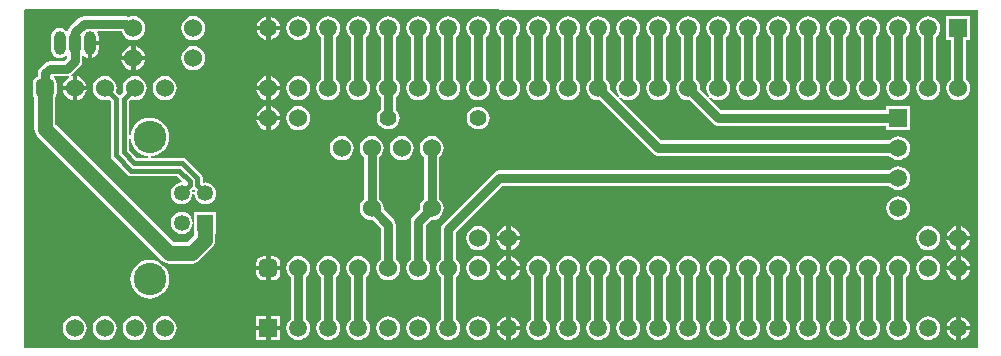
<source format=gtl>
G04*
G04 #@! TF.GenerationSoftware,Altium Limited,Altium Designer,20.0.10 (225)*
G04*
G04 Layer_Physical_Order=1*
G04 Layer_Color=255*
%FSLAX25Y25*%
%MOIN*%
G70*
G01*
G75*
%ADD25C,0.03000*%
%ADD26C,0.05000*%
%ADD27C,0.01500*%
%ADD28C,0.06000*%
G04:AMPARAMS|DCode=29|XSize=60mil|YSize=60mil|CornerRadius=15mil|HoleSize=0mil|Usage=FLASHONLY|Rotation=0.000|XOffset=0mil|YOffset=0mil|HoleType=Round|Shape=RoundedRectangle|*
%AMROUNDEDRECTD29*
21,1,0.06000,0.03000,0,0,0.0*
21,1,0.03000,0.06000,0,0,0.0*
1,1,0.03000,0.01500,-0.01500*
1,1,0.03000,-0.01500,-0.01500*
1,1,0.03000,-0.01500,0.01500*
1,1,0.03000,0.01500,0.01500*
%
%ADD29ROUNDEDRECTD29*%
%ADD30O,0.03937X0.07874*%
%ADD31O,0.03937X0.07874*%
%ADD32C,0.10827*%
%ADD33C,0.05315*%
%ADD34R,0.05315X0.05315*%
%ADD35C,0.05906*%
%ADD36R,0.05906X0.05906*%
%ADD37R,0.05906X0.05906*%
%ADD38C,0.05512*%
G36*
X1998Y113977D02*
X318981Y113476D01*
X318980Y1020D01*
X1020D01*
X1020Y112999D01*
X1020Y113194D01*
X1169Y113554D01*
X1445Y113829D01*
X1805Y113977D01*
X1998Y113977D01*
D02*
G37*
%LPC*%
G36*
X83250Y111388D02*
Y108250D01*
X86388D01*
X86351Y108532D01*
X85953Y109493D01*
X85319Y110319D01*
X84493Y110953D01*
X83532Y111351D01*
X83250Y111388D01*
D02*
G37*
G36*
X81750D02*
X81468Y111351D01*
X80507Y110953D01*
X79681Y110319D01*
X79047Y109493D01*
X78649Y108532D01*
X78612Y108250D01*
X81750D01*
Y111388D01*
D02*
G37*
G36*
X35188Y111549D02*
X21000D01*
X20024Y111355D01*
X19198Y110802D01*
X16377Y107982D01*
X15824Y107155D01*
X15719Y106623D01*
X15184Y106499D01*
X15117Y106586D01*
X14497Y107062D01*
X13775Y107361D01*
X13000Y107463D01*
X12225Y107361D01*
X11503Y107062D01*
X10883Y106586D01*
X10407Y105966D01*
X10108Y105243D01*
X10006Y104469D01*
Y100531D01*
X10108Y99756D01*
X10407Y99034D01*
X10883Y98414D01*
X11503Y97939D01*
X12225Y97639D01*
X13000Y97537D01*
X13775Y97639D01*
X14497Y97939D01*
X14951Y98287D01*
X15451Y98069D01*
Y97572D01*
X14428Y96549D01*
X9757D01*
X8782Y96355D01*
X7955Y95802D01*
X6369Y94217D01*
X5817Y93390D01*
X5623Y92414D01*
Y91374D01*
X5525Y91355D01*
X4698Y90802D01*
X4145Y89976D01*
X3951Y89000D01*
Y86000D01*
X4145Y85024D01*
X4470Y84539D01*
Y74000D01*
X4590Y73086D01*
X4943Y72235D01*
X5504Y71504D01*
X47004Y30004D01*
X47735Y29443D01*
X48586Y29090D01*
X49500Y28970D01*
X57000D01*
X57914Y29090D01*
X58765Y29443D01*
X59496Y30004D01*
X63858Y34366D01*
X64419Y35097D01*
X64772Y35949D01*
X64892Y36862D01*
Y38906D01*
X65177D01*
Y46220D01*
X57862D01*
Y42635D01*
X57832Y42406D01*
Y38324D01*
X55538Y36030D01*
X50962D01*
X11530Y75462D01*
Y84539D01*
X11855Y85024D01*
X12049Y86000D01*
Y89000D01*
X11855Y89976D01*
X11302Y90802D01*
X11080Y90951D01*
X11232Y91451D01*
X15484D01*
X16052Y91564D01*
X16198Y91083D01*
X15983Y90994D01*
X15147Y90353D01*
X14506Y89517D01*
X14103Y88544D01*
X14064Y88250D01*
X17250D01*
Y91436D01*
X16956Y91397D01*
X16780Y91859D01*
X17287Y92198D01*
X19802Y94713D01*
X20355Y95540D01*
X20549Y96516D01*
Y98069D01*
X21049Y98287D01*
X21503Y97939D01*
X22225Y97639D01*
X22250Y97636D01*
Y102500D01*
X23000D01*
Y103250D01*
X25994D01*
Y104469D01*
X25892Y105244D01*
X25593Y105966D01*
X25565Y106003D01*
X25786Y106451D01*
X33605D01*
X34006Y105483D01*
X34647Y104647D01*
X35483Y104006D01*
X36456Y103603D01*
X37500Y103465D01*
X38544Y103603D01*
X39517Y104006D01*
X40353Y104647D01*
X40994Y105483D01*
X41397Y106456D01*
X41535Y107500D01*
X41397Y108544D01*
X40994Y109517D01*
X40353Y110353D01*
X39517Y110994D01*
X38544Y111397D01*
X37500Y111535D01*
X36456Y111397D01*
X36237Y111306D01*
X36164Y111355D01*
X35188Y111549D01*
D02*
G37*
G36*
X86388Y106750D02*
X83250D01*
Y103612D01*
X83532Y103649D01*
X84493Y104047D01*
X85319Y104681D01*
X85953Y105507D01*
X86351Y106468D01*
X86388Y106750D01*
D02*
G37*
G36*
X81750D02*
X78612D01*
X78649Y106468D01*
X79047Y105507D01*
X79681Y104681D01*
X80507Y104047D01*
X81468Y103649D01*
X81750Y103612D01*
Y106750D01*
D02*
G37*
G36*
X92500Y111487D02*
X91468Y111351D01*
X90507Y110953D01*
X89681Y110319D01*
X89047Y109493D01*
X88649Y108532D01*
X88513Y107500D01*
X88649Y106468D01*
X89047Y105507D01*
X89681Y104681D01*
X90507Y104047D01*
X91468Y103649D01*
X92500Y103513D01*
X93532Y103649D01*
X94493Y104047D01*
X95319Y104681D01*
X95953Y105507D01*
X96351Y106468D01*
X96487Y107500D01*
X96351Y108532D01*
X95953Y109493D01*
X95319Y110319D01*
X94493Y110953D01*
X93532Y111351D01*
X92500Y111487D01*
D02*
G37*
G36*
X57500Y111535D02*
X56456Y111397D01*
X55483Y110994D01*
X54647Y110353D01*
X54006Y109517D01*
X53603Y108544D01*
X53465Y107500D01*
X53603Y106456D01*
X54006Y105483D01*
X54647Y104647D01*
X55483Y104006D01*
X56456Y103603D01*
X57500Y103465D01*
X58544Y103603D01*
X59517Y104006D01*
X60353Y104647D01*
X60994Y105483D01*
X61397Y106456D01*
X61535Y107500D01*
X61397Y108544D01*
X60994Y109517D01*
X60353Y110353D01*
X59517Y110994D01*
X58544Y111397D01*
X57500Y111535D01*
D02*
G37*
G36*
X38250Y101436D02*
Y98250D01*
X41436D01*
X41397Y98544D01*
X40994Y99517D01*
X40353Y100353D01*
X39517Y100994D01*
X38544Y101397D01*
X38250Y101436D01*
D02*
G37*
G36*
X36750D02*
X36456Y101397D01*
X35483Y100994D01*
X34647Y100353D01*
X34006Y99517D01*
X33603Y98544D01*
X33564Y98250D01*
X36750D01*
Y101436D01*
D02*
G37*
G36*
X25994Y101750D02*
X23750D01*
Y97636D01*
X23775Y97639D01*
X24497Y97939D01*
X25117Y98414D01*
X25593Y99035D01*
X25892Y99757D01*
X25994Y100531D01*
Y101750D01*
D02*
G37*
G36*
X41436Y96750D02*
X38250D01*
Y93564D01*
X38544Y93603D01*
X39517Y94006D01*
X40353Y94647D01*
X40994Y95483D01*
X41397Y96456D01*
X41436Y96750D01*
D02*
G37*
G36*
X36750D02*
X33564D01*
X33603Y96456D01*
X34006Y95483D01*
X34647Y94647D01*
X35483Y94006D01*
X36456Y93603D01*
X36750Y93564D01*
Y96750D01*
D02*
G37*
G36*
X57500Y101534D02*
X56456Y101397D01*
X55483Y100994D01*
X54647Y100353D01*
X54006Y99517D01*
X53603Y98544D01*
X53465Y97500D01*
X53603Y96456D01*
X54006Y95483D01*
X54647Y94647D01*
X55483Y94006D01*
X56456Y93603D01*
X57500Y93466D01*
X58544Y93603D01*
X59517Y94006D01*
X60353Y94647D01*
X60994Y95483D01*
X61397Y96456D01*
X61535Y97500D01*
X61397Y98544D01*
X60994Y99517D01*
X60353Y100353D01*
X59517Y100994D01*
X58544Y101397D01*
X57500Y101534D01*
D02*
G37*
G36*
X83250Y91436D02*
Y88250D01*
X86436D01*
X86397Y88544D01*
X85994Y89517D01*
X85353Y90353D01*
X84517Y90994D01*
X83544Y91397D01*
X83250Y91436D01*
D02*
G37*
G36*
X18750D02*
Y88250D01*
X21936D01*
X21897Y88544D01*
X21494Y89517D01*
X20853Y90353D01*
X20017Y90994D01*
X19044Y91397D01*
X18750Y91436D01*
D02*
G37*
G36*
X81750D02*
X81456Y91397D01*
X80483Y90994D01*
X79647Y90353D01*
X79006Y89517D01*
X78603Y88544D01*
X78564Y88250D01*
X81750D01*
Y91436D01*
D02*
G37*
G36*
X38000Y91535D02*
X36956Y91397D01*
X35983Y90994D01*
X35147Y90353D01*
X34506Y89517D01*
X34103Y88544D01*
X33966Y87500D01*
X34103Y86456D01*
X34200Y86223D01*
X33000Y85023D01*
X31800Y86223D01*
X31897Y86456D01*
X32035Y87500D01*
X31897Y88544D01*
X31494Y89517D01*
X30853Y90353D01*
X30017Y90994D01*
X29044Y91397D01*
X28000Y91535D01*
X26956Y91397D01*
X25983Y90994D01*
X25147Y90353D01*
X24506Y89517D01*
X24103Y88544D01*
X23966Y87500D01*
X24103Y86456D01*
X24506Y85483D01*
X25147Y84647D01*
X25983Y84006D01*
X26956Y83603D01*
X28000Y83465D01*
X29044Y83603D01*
X29277Y83700D01*
X29966Y83011D01*
Y65033D01*
X30101Y64350D01*
X30488Y63771D01*
X35521Y58738D01*
X35521Y58738D01*
X36100Y58351D01*
X36783Y58216D01*
X52028D01*
X53680Y56564D01*
X53466Y56071D01*
X52691Y55969D01*
X51801Y55600D01*
X51037Y55014D01*
X50451Y54250D01*
X50082Y53360D01*
X49957Y52406D01*
X50082Y51451D01*
X50451Y50561D01*
X51037Y49797D01*
X51801Y49211D01*
X52691Y48842D01*
X53646Y48717D01*
X54601Y48842D01*
X55490Y49211D01*
X56254Y49797D01*
X56840Y50561D01*
X57209Y51451D01*
X57335Y52406D01*
X57209Y53360D01*
X57155Y53491D01*
X57583Y53918D01*
X58010Y53491D01*
X57956Y53360D01*
X57831Y52406D01*
X57956Y51451D01*
X58325Y50561D01*
X58911Y49797D01*
X59675Y49211D01*
X60565Y48842D01*
X61520Y48717D01*
X62475Y48842D01*
X63364Y49211D01*
X64128Y49797D01*
X64714Y50561D01*
X65083Y51451D01*
X65209Y52406D01*
X65083Y53360D01*
X64714Y54250D01*
X64128Y55014D01*
X63364Y55600D01*
X62475Y55969D01*
X61520Y56095D01*
X60993Y56025D01*
X60617Y56355D01*
Y57470D01*
X60481Y58153D01*
X60094Y58732D01*
X55064Y63762D01*
X54485Y64148D01*
X53803Y64284D01*
X43444D01*
X43420Y64784D01*
X44234Y64864D01*
X45443Y65231D01*
X46557Y65827D01*
X47533Y66628D01*
X48335Y67605D01*
X48930Y68719D01*
X49297Y69928D01*
X49421Y71185D01*
X49297Y72442D01*
X48930Y73651D01*
X48335Y74765D01*
X47533Y75742D01*
X46557Y76543D01*
X45443Y77139D01*
X44234Y77506D01*
X42976Y77629D01*
X41719Y77506D01*
X40510Y77139D01*
X39396Y76543D01*
X38419Y75742D01*
X37618Y74765D01*
X37023Y73651D01*
X36656Y72442D01*
X36532Y71185D01*
X36656Y69928D01*
X37023Y68719D01*
X37618Y67605D01*
X38419Y66628D01*
X39396Y65827D01*
X40510Y65231D01*
X41719Y64864D01*
X42533Y64784D01*
X42509Y64284D01*
X38558D01*
X36034Y66808D01*
Y83011D01*
X36723Y83700D01*
X36956Y83603D01*
X38000Y83465D01*
X39044Y83603D01*
X40017Y84006D01*
X40853Y84647D01*
X41494Y85483D01*
X41897Y86456D01*
X42035Y87500D01*
X41897Y88544D01*
X41494Y89517D01*
X40853Y90353D01*
X40017Y90994D01*
X39044Y91397D01*
X38000Y91535D01*
D02*
G37*
G36*
X232500Y111487D02*
X231468Y111351D01*
X230507Y110953D01*
X229681Y110319D01*
X229047Y109493D01*
X228649Y108532D01*
X228513Y107500D01*
X228649Y106468D01*
X229047Y105507D01*
X229681Y104681D01*
X229951Y104474D01*
Y90586D01*
X229647Y90353D01*
X229006Y89517D01*
X228603Y88544D01*
X228466Y87500D01*
X228603Y86456D01*
X229006Y85483D01*
X229414Y84952D01*
X229589Y84723D01*
X229212Y84392D01*
X226484Y87120D01*
X226535Y87500D01*
X226397Y88544D01*
X225994Y89517D01*
X225353Y90353D01*
X225049Y90586D01*
Y104474D01*
X225319Y104681D01*
X225953Y105507D01*
X226351Y106468D01*
X226487Y107500D01*
X226351Y108532D01*
X225953Y109493D01*
X225319Y110319D01*
X224493Y110953D01*
X223532Y111351D01*
X222500Y111487D01*
X221468Y111351D01*
X220507Y110953D01*
X219681Y110319D01*
X219047Y109493D01*
X218649Y108532D01*
X218513Y107500D01*
X218649Y106468D01*
X219047Y105507D01*
X219681Y104681D01*
X219951Y104474D01*
Y90586D01*
X219647Y90353D01*
X219006Y89517D01*
X218603Y88544D01*
X218465Y87500D01*
X218603Y86456D01*
X219006Y85483D01*
X219647Y84647D01*
X220483Y84006D01*
X221456Y83603D01*
X222500Y83465D01*
X222880Y83516D01*
X230698Y75698D01*
X231524Y75145D01*
X232500Y74951D01*
X288547D01*
Y73547D01*
X296453D01*
Y81453D01*
X288547D01*
Y80049D01*
X233556D01*
X229392Y84212D01*
X229723Y84589D01*
X229952Y84413D01*
X230483Y84006D01*
X231456Y83603D01*
X232500Y83465D01*
X233544Y83603D01*
X234517Y84006D01*
X235353Y84647D01*
X235994Y85483D01*
X236397Y86456D01*
X236535Y87500D01*
X236397Y88544D01*
X235994Y89517D01*
X235353Y90353D01*
X235049Y90586D01*
Y104474D01*
X235319Y104681D01*
X235953Y105507D01*
X236351Y106468D01*
X236487Y107500D01*
X236351Y108532D01*
X235953Y109493D01*
X235319Y110319D01*
X234493Y110953D01*
X233532Y111351D01*
X232500Y111487D01*
D02*
G37*
G36*
X202500D02*
X201468Y111351D01*
X200507Y110953D01*
X199681Y110319D01*
X199047Y109493D01*
X198649Y108532D01*
X198513Y107500D01*
X198649Y106468D01*
X199047Y105507D01*
X199681Y104681D01*
X199951Y104474D01*
Y90586D01*
X199647Y90353D01*
X199006Y89517D01*
X198603Y88544D01*
X198466Y87500D01*
X198603Y86456D01*
X199006Y85483D01*
X199414Y84952D01*
X199589Y84723D01*
X199212Y84392D01*
X196484Y87120D01*
X196535Y87500D01*
X196397Y88544D01*
X195994Y89517D01*
X195353Y90353D01*
X195049Y90586D01*
Y104474D01*
X195319Y104681D01*
X195953Y105507D01*
X196351Y106468D01*
X196487Y107500D01*
X196351Y108532D01*
X195953Y109493D01*
X195319Y110319D01*
X194493Y110953D01*
X193532Y111351D01*
X192500Y111487D01*
X191468Y111351D01*
X190507Y110953D01*
X189681Y110319D01*
X189047Y109493D01*
X188649Y108532D01*
X188513Y107500D01*
X188649Y106468D01*
X189047Y105507D01*
X189681Y104681D01*
X189951Y104474D01*
Y90586D01*
X189647Y90353D01*
X189006Y89517D01*
X188603Y88544D01*
X188465Y87500D01*
X188603Y86456D01*
X189006Y85483D01*
X189647Y84647D01*
X190483Y84006D01*
X191456Y83603D01*
X192500Y83465D01*
X192880Y83516D01*
X210698Y65698D01*
X211525Y65145D01*
X212500Y64951D01*
X289474D01*
X289681Y64681D01*
X290507Y64047D01*
X291468Y63649D01*
X292500Y63513D01*
X293532Y63649D01*
X294493Y64047D01*
X295319Y64681D01*
X295953Y65507D01*
X296351Y66468D01*
X296487Y67500D01*
X296351Y68532D01*
X295953Y69493D01*
X295319Y70319D01*
X294493Y70953D01*
X293532Y71351D01*
X292500Y71487D01*
X291468Y71351D01*
X290507Y70953D01*
X289681Y70319D01*
X289474Y70049D01*
X213556D01*
X199392Y84212D01*
X199723Y84589D01*
X199952Y84413D01*
X200483Y84006D01*
X201456Y83603D01*
X202500Y83465D01*
X203544Y83603D01*
X204517Y84006D01*
X205353Y84647D01*
X205994Y85483D01*
X206397Y86456D01*
X206535Y87500D01*
X206397Y88544D01*
X205994Y89517D01*
X205353Y90353D01*
X205049Y90586D01*
Y104474D01*
X205319Y104681D01*
X205953Y105507D01*
X206351Y106468D01*
X206487Y107500D01*
X206351Y108532D01*
X205953Y109493D01*
X205319Y110319D01*
X204493Y110953D01*
X203532Y111351D01*
X202500Y111487D01*
D02*
G37*
G36*
X86436Y86750D02*
X83250D01*
Y83564D01*
X83544Y83603D01*
X84517Y84006D01*
X85353Y84647D01*
X85994Y85483D01*
X86397Y86456D01*
X86436Y86750D01*
D02*
G37*
G36*
X21936D02*
X18750D01*
Y83564D01*
X19044Y83603D01*
X20017Y84006D01*
X20853Y84647D01*
X21494Y85483D01*
X21897Y86456D01*
X21936Y86750D01*
D02*
G37*
G36*
X17250D02*
X14064D01*
X14103Y86456D01*
X14506Y85483D01*
X15147Y84647D01*
X15983Y84006D01*
X16956Y83603D01*
X17250Y83564D01*
Y86750D01*
D02*
G37*
G36*
X81750D02*
X78564D01*
X78603Y86456D01*
X79006Y85483D01*
X79647Y84647D01*
X80483Y84006D01*
X81456Y83603D01*
X81750Y83564D01*
Y86750D01*
D02*
G37*
G36*
X316453Y111453D02*
X308547D01*
Y103547D01*
X309951D01*
Y90586D01*
X309647Y90353D01*
X309006Y89517D01*
X308603Y88544D01*
X308466Y87500D01*
X308603Y86456D01*
X309006Y85483D01*
X309647Y84647D01*
X310483Y84006D01*
X311456Y83603D01*
X312500Y83465D01*
X313544Y83603D01*
X314517Y84006D01*
X315353Y84647D01*
X315994Y85483D01*
X316397Y86456D01*
X316534Y87500D01*
X316397Y88544D01*
X315994Y89517D01*
X315353Y90353D01*
X315049Y90586D01*
Y103547D01*
X316453D01*
Y111453D01*
D02*
G37*
G36*
X302500Y111487D02*
X301468Y111351D01*
X300507Y110953D01*
X299681Y110319D01*
X299047Y109493D01*
X298649Y108532D01*
X298513Y107500D01*
X298649Y106468D01*
X299047Y105507D01*
X299681Y104681D01*
X299951Y104474D01*
Y90586D01*
X299647Y90353D01*
X299006Y89517D01*
X298603Y88544D01*
X298465Y87500D01*
X298603Y86456D01*
X299006Y85483D01*
X299647Y84647D01*
X300483Y84006D01*
X301456Y83603D01*
X302500Y83465D01*
X303544Y83603D01*
X304517Y84006D01*
X305353Y84647D01*
X305994Y85483D01*
X306397Y86456D01*
X306535Y87500D01*
X306397Y88544D01*
X305994Y89517D01*
X305353Y90353D01*
X305049Y90586D01*
Y104474D01*
X305319Y104681D01*
X305953Y105507D01*
X306351Y106468D01*
X306487Y107500D01*
X306351Y108532D01*
X305953Y109493D01*
X305319Y110319D01*
X304493Y110953D01*
X303532Y111351D01*
X302500Y111487D01*
D02*
G37*
G36*
X292500D02*
X291468Y111351D01*
X290507Y110953D01*
X289681Y110319D01*
X289047Y109493D01*
X288649Y108532D01*
X288513Y107500D01*
X288649Y106468D01*
X289047Y105507D01*
X289681Y104681D01*
X289951Y104474D01*
Y90586D01*
X289647Y90353D01*
X289006Y89517D01*
X288603Y88544D01*
X288465Y87500D01*
X288603Y86456D01*
X289006Y85483D01*
X289647Y84647D01*
X290483Y84006D01*
X291456Y83603D01*
X292500Y83465D01*
X293544Y83603D01*
X294517Y84006D01*
X295353Y84647D01*
X295994Y85483D01*
X296397Y86456D01*
X296534Y87500D01*
X296397Y88544D01*
X295994Y89517D01*
X295353Y90353D01*
X295049Y90586D01*
Y104474D01*
X295319Y104681D01*
X295953Y105507D01*
X296351Y106468D01*
X296487Y107500D01*
X296351Y108532D01*
X295953Y109493D01*
X295319Y110319D01*
X294493Y110953D01*
X293532Y111351D01*
X292500Y111487D01*
D02*
G37*
G36*
X282500D02*
X281468Y111351D01*
X280507Y110953D01*
X279681Y110319D01*
X279047Y109493D01*
X278649Y108532D01*
X278513Y107500D01*
X278649Y106468D01*
X279047Y105507D01*
X279681Y104681D01*
X279951Y104474D01*
Y90586D01*
X279647Y90353D01*
X279006Y89517D01*
X278603Y88544D01*
X278466Y87500D01*
X278603Y86456D01*
X279006Y85483D01*
X279647Y84647D01*
X280483Y84006D01*
X281456Y83603D01*
X282500Y83465D01*
X283544Y83603D01*
X284517Y84006D01*
X285353Y84647D01*
X285994Y85483D01*
X286397Y86456D01*
X286535Y87500D01*
X286397Y88544D01*
X285994Y89517D01*
X285353Y90353D01*
X285049Y90586D01*
Y104474D01*
X285319Y104681D01*
X285953Y105507D01*
X286351Y106468D01*
X286487Y107500D01*
X286351Y108532D01*
X285953Y109493D01*
X285319Y110319D01*
X284493Y110953D01*
X283532Y111351D01*
X282500Y111487D01*
D02*
G37*
G36*
X272500D02*
X271468Y111351D01*
X270507Y110953D01*
X269681Y110319D01*
X269047Y109493D01*
X268649Y108532D01*
X268513Y107500D01*
X268649Y106468D01*
X269047Y105507D01*
X269681Y104681D01*
X269951Y104474D01*
Y90586D01*
X269647Y90353D01*
X269006Y89517D01*
X268603Y88544D01*
X268465Y87500D01*
X268603Y86456D01*
X269006Y85483D01*
X269647Y84647D01*
X270483Y84006D01*
X271456Y83603D01*
X272500Y83465D01*
X273544Y83603D01*
X274517Y84006D01*
X275353Y84647D01*
X275994Y85483D01*
X276397Y86456D01*
X276535Y87500D01*
X276397Y88544D01*
X275994Y89517D01*
X275353Y90353D01*
X275049Y90586D01*
Y104474D01*
X275319Y104681D01*
X275953Y105507D01*
X276351Y106468D01*
X276487Y107500D01*
X276351Y108532D01*
X275953Y109493D01*
X275319Y110319D01*
X274493Y110953D01*
X273532Y111351D01*
X272500Y111487D01*
D02*
G37*
G36*
X262500D02*
X261468Y111351D01*
X260507Y110953D01*
X259681Y110319D01*
X259047Y109493D01*
X258649Y108532D01*
X258513Y107500D01*
X258649Y106468D01*
X259047Y105507D01*
X259681Y104681D01*
X259951Y104474D01*
Y90586D01*
X259647Y90353D01*
X259006Y89517D01*
X258603Y88544D01*
X258466Y87500D01*
X258603Y86456D01*
X259006Y85483D01*
X259647Y84647D01*
X260483Y84006D01*
X261456Y83603D01*
X262500Y83465D01*
X263544Y83603D01*
X264517Y84006D01*
X265353Y84647D01*
X265994Y85483D01*
X266397Y86456D01*
X266534Y87500D01*
X266397Y88544D01*
X265994Y89517D01*
X265353Y90353D01*
X265049Y90586D01*
Y104474D01*
X265319Y104681D01*
X265953Y105507D01*
X266351Y106468D01*
X266487Y107500D01*
X266351Y108532D01*
X265953Y109493D01*
X265319Y110319D01*
X264493Y110953D01*
X263532Y111351D01*
X262500Y111487D01*
D02*
G37*
G36*
X252500D02*
X251468Y111351D01*
X250507Y110953D01*
X249681Y110319D01*
X249047Y109493D01*
X248649Y108532D01*
X248513Y107500D01*
X248649Y106468D01*
X249047Y105507D01*
X249681Y104681D01*
X249951Y104474D01*
Y90586D01*
X249647Y90353D01*
X249006Y89517D01*
X248603Y88544D01*
X248465Y87500D01*
X248603Y86456D01*
X249006Y85483D01*
X249647Y84647D01*
X250483Y84006D01*
X251456Y83603D01*
X252500Y83465D01*
X253544Y83603D01*
X254517Y84006D01*
X255353Y84647D01*
X255994Y85483D01*
X256397Y86456D01*
X256535Y87500D01*
X256397Y88544D01*
X255994Y89517D01*
X255353Y90353D01*
X255049Y90586D01*
Y104474D01*
X255319Y104681D01*
X255953Y105507D01*
X256351Y106468D01*
X256487Y107500D01*
X256351Y108532D01*
X255953Y109493D01*
X255319Y110319D01*
X254493Y110953D01*
X253532Y111351D01*
X252500Y111487D01*
D02*
G37*
G36*
X242500D02*
X241468Y111351D01*
X240507Y110953D01*
X239681Y110319D01*
X239047Y109493D01*
X238649Y108532D01*
X238513Y107500D01*
X238649Y106468D01*
X239047Y105507D01*
X239681Y104681D01*
X239951Y104474D01*
Y90586D01*
X239647Y90353D01*
X239006Y89517D01*
X238603Y88544D01*
X238465Y87500D01*
X238603Y86456D01*
X239006Y85483D01*
X239647Y84647D01*
X240483Y84006D01*
X241456Y83603D01*
X242500Y83465D01*
X243544Y83603D01*
X244517Y84006D01*
X245353Y84647D01*
X245994Y85483D01*
X246397Y86456D01*
X246534Y87500D01*
X246397Y88544D01*
X245994Y89517D01*
X245353Y90353D01*
X245049Y90586D01*
Y104474D01*
X245319Y104681D01*
X245953Y105507D01*
X246351Y106468D01*
X246487Y107500D01*
X246351Y108532D01*
X245953Y109493D01*
X245319Y110319D01*
X244493Y110953D01*
X243532Y111351D01*
X242500Y111487D01*
D02*
G37*
G36*
X212500D02*
X211468Y111351D01*
X210507Y110953D01*
X209681Y110319D01*
X209047Y109493D01*
X208649Y108532D01*
X208513Y107500D01*
X208649Y106468D01*
X209047Y105507D01*
X209681Y104681D01*
X209951Y104474D01*
Y90586D01*
X209647Y90353D01*
X209006Y89517D01*
X208603Y88544D01*
X208466Y87500D01*
X208603Y86456D01*
X209006Y85483D01*
X209647Y84647D01*
X210483Y84006D01*
X211456Y83603D01*
X212500Y83465D01*
X213544Y83603D01*
X214517Y84006D01*
X215353Y84647D01*
X215994Y85483D01*
X216397Y86456D01*
X216534Y87500D01*
X216397Y88544D01*
X215994Y89517D01*
X215353Y90353D01*
X215049Y90586D01*
Y104474D01*
X215319Y104681D01*
X215953Y105507D01*
X216351Y106468D01*
X216487Y107500D01*
X216351Y108532D01*
X215953Y109493D01*
X215319Y110319D01*
X214493Y110953D01*
X213532Y111351D01*
X212500Y111487D01*
D02*
G37*
G36*
X182500D02*
X181468Y111351D01*
X180507Y110953D01*
X179681Y110319D01*
X179047Y109493D01*
X178649Y108532D01*
X178513Y107500D01*
X178649Y106468D01*
X179047Y105507D01*
X179681Y104681D01*
X179951Y104474D01*
Y90586D01*
X179647Y90353D01*
X179006Y89517D01*
X178603Y88544D01*
X178465Y87500D01*
X178603Y86456D01*
X179006Y85483D01*
X179647Y84647D01*
X180483Y84006D01*
X181456Y83603D01*
X182500Y83465D01*
X183544Y83603D01*
X184517Y84006D01*
X185353Y84647D01*
X185994Y85483D01*
X186397Y86456D01*
X186535Y87500D01*
X186397Y88544D01*
X185994Y89517D01*
X185353Y90353D01*
X185049Y90586D01*
Y104474D01*
X185319Y104681D01*
X185953Y105507D01*
X186351Y106468D01*
X186487Y107500D01*
X186351Y108532D01*
X185953Y109493D01*
X185319Y110319D01*
X184493Y110953D01*
X183532Y111351D01*
X182500Y111487D01*
D02*
G37*
G36*
X172500D02*
X171468Y111351D01*
X170507Y110953D01*
X169681Y110319D01*
X169047Y109493D01*
X168649Y108532D01*
X168513Y107500D01*
X168649Y106468D01*
X169047Y105507D01*
X169681Y104681D01*
X169951Y104474D01*
Y90586D01*
X169647Y90353D01*
X169006Y89517D01*
X168603Y88544D01*
X168465Y87500D01*
X168603Y86456D01*
X169006Y85483D01*
X169647Y84647D01*
X170483Y84006D01*
X171456Y83603D01*
X172500Y83465D01*
X173544Y83603D01*
X174517Y84006D01*
X175353Y84647D01*
X175994Y85483D01*
X176397Y86456D01*
X176534Y87500D01*
X176397Y88544D01*
X175994Y89517D01*
X175353Y90353D01*
X175049Y90586D01*
Y104474D01*
X175319Y104681D01*
X175953Y105507D01*
X176351Y106468D01*
X176487Y107500D01*
X176351Y108532D01*
X175953Y109493D01*
X175319Y110319D01*
X174493Y110953D01*
X173532Y111351D01*
X172500Y111487D01*
D02*
G37*
G36*
X162500D02*
X161468Y111351D01*
X160507Y110953D01*
X159681Y110319D01*
X159047Y109493D01*
X158649Y108532D01*
X158513Y107500D01*
X158649Y106468D01*
X159047Y105507D01*
X159681Y104681D01*
X159951Y104474D01*
Y90586D01*
X159647Y90353D01*
X159006Y89517D01*
X158603Y88544D01*
X158466Y87500D01*
X158603Y86456D01*
X159006Y85483D01*
X159647Y84647D01*
X160483Y84006D01*
X161456Y83603D01*
X162500Y83465D01*
X163544Y83603D01*
X164517Y84006D01*
X165353Y84647D01*
X165994Y85483D01*
X166397Y86456D01*
X166534Y87500D01*
X166397Y88544D01*
X165994Y89517D01*
X165353Y90353D01*
X165049Y90586D01*
Y104474D01*
X165319Y104681D01*
X165953Y105507D01*
X166351Y106468D01*
X166487Y107500D01*
X166351Y108532D01*
X165953Y109493D01*
X165319Y110319D01*
X164493Y110953D01*
X163532Y111351D01*
X162500Y111487D01*
D02*
G37*
G36*
X152500D02*
X151468Y111351D01*
X150507Y110953D01*
X149681Y110319D01*
X149047Y109493D01*
X148649Y108532D01*
X148513Y107500D01*
X148649Y106468D01*
X149047Y105507D01*
X149681Y104681D01*
X149951Y104474D01*
Y90586D01*
X149647Y90353D01*
X149006Y89517D01*
X148603Y88544D01*
X148466Y87500D01*
X148603Y86456D01*
X149006Y85483D01*
X149647Y84647D01*
X150483Y84006D01*
X151456Y83603D01*
X152500Y83465D01*
X153544Y83603D01*
X154517Y84006D01*
X155353Y84647D01*
X155994Y85483D01*
X156397Y86456D01*
X156535Y87500D01*
X156397Y88544D01*
X155994Y89517D01*
X155353Y90353D01*
X155049Y90586D01*
Y104474D01*
X155319Y104681D01*
X155953Y105507D01*
X156351Y106468D01*
X156487Y107500D01*
X156351Y108532D01*
X155953Y109493D01*
X155319Y110319D01*
X154493Y110953D01*
X153532Y111351D01*
X152500Y111487D01*
D02*
G37*
G36*
X142500D02*
X141468Y111351D01*
X140507Y110953D01*
X139681Y110319D01*
X139047Y109493D01*
X138649Y108532D01*
X138513Y107500D01*
X138649Y106468D01*
X139047Y105507D01*
X139681Y104681D01*
X139951Y104474D01*
Y90586D01*
X139647Y90353D01*
X139006Y89517D01*
X138603Y88544D01*
X138465Y87500D01*
X138603Y86456D01*
X139006Y85483D01*
X139647Y84647D01*
X140483Y84006D01*
X141456Y83603D01*
X142500Y83465D01*
X143544Y83603D01*
X144517Y84006D01*
X145353Y84647D01*
X145994Y85483D01*
X146397Y86456D01*
X146535Y87500D01*
X146397Y88544D01*
X145994Y89517D01*
X145353Y90353D01*
X145049Y90586D01*
Y104474D01*
X145319Y104681D01*
X145953Y105507D01*
X146351Y106468D01*
X146487Y107500D01*
X146351Y108532D01*
X145953Y109493D01*
X145319Y110319D01*
X144493Y110953D01*
X143532Y111351D01*
X142500Y111487D01*
D02*
G37*
G36*
X132500D02*
X131468Y111351D01*
X130507Y110953D01*
X129681Y110319D01*
X129047Y109493D01*
X128649Y108532D01*
X128513Y107500D01*
X128649Y106468D01*
X129047Y105507D01*
X129681Y104681D01*
X129951Y104474D01*
Y90586D01*
X129647Y90353D01*
X129006Y89517D01*
X128603Y88544D01*
X128465Y87500D01*
X128603Y86456D01*
X129006Y85483D01*
X129647Y84647D01*
X130483Y84006D01*
X131456Y83603D01*
X132500Y83465D01*
X133544Y83603D01*
X134517Y84006D01*
X135353Y84647D01*
X135994Y85483D01*
X136397Y86456D01*
X136535Y87500D01*
X136397Y88544D01*
X135994Y89517D01*
X135353Y90353D01*
X135049Y90586D01*
Y104474D01*
X135319Y104681D01*
X135953Y105507D01*
X136351Y106468D01*
X136487Y107500D01*
X136351Y108532D01*
X135953Y109493D01*
X135319Y110319D01*
X134493Y110953D01*
X133532Y111351D01*
X132500Y111487D01*
D02*
G37*
G36*
X112500D02*
X111468Y111351D01*
X110507Y110953D01*
X109681Y110319D01*
X109047Y109493D01*
X108649Y108532D01*
X108513Y107500D01*
X108649Y106468D01*
X109047Y105507D01*
X109681Y104681D01*
X109951Y104474D01*
Y90586D01*
X109647Y90353D01*
X109006Y89517D01*
X108603Y88544D01*
X108466Y87500D01*
X108603Y86456D01*
X109006Y85483D01*
X109647Y84647D01*
X110483Y84006D01*
X111456Y83603D01*
X112500Y83465D01*
X113544Y83603D01*
X114517Y84006D01*
X115353Y84647D01*
X115994Y85483D01*
X116397Y86456D01*
X116534Y87500D01*
X116397Y88544D01*
X115994Y89517D01*
X115353Y90353D01*
X115049Y90586D01*
Y104474D01*
X115319Y104681D01*
X115953Y105507D01*
X116351Y106468D01*
X116487Y107500D01*
X116351Y108532D01*
X115953Y109493D01*
X115319Y110319D01*
X114493Y110953D01*
X113532Y111351D01*
X112500Y111487D01*
D02*
G37*
G36*
X102500D02*
X101468Y111351D01*
X100507Y110953D01*
X99681Y110319D01*
X99047Y109493D01*
X98649Y108532D01*
X98513Y107500D01*
X98649Y106468D01*
X99047Y105507D01*
X99681Y104681D01*
X99951Y104474D01*
Y90586D01*
X99647Y90353D01*
X99006Y89517D01*
X98603Y88544D01*
X98466Y87500D01*
X98603Y86456D01*
X99006Y85483D01*
X99647Y84647D01*
X100483Y84006D01*
X101456Y83603D01*
X102500Y83465D01*
X103544Y83603D01*
X104517Y84006D01*
X105353Y84647D01*
X105994Y85483D01*
X106397Y86456D01*
X106535Y87500D01*
X106397Y88544D01*
X105994Y89517D01*
X105353Y90353D01*
X105049Y90586D01*
Y104474D01*
X105319Y104681D01*
X105953Y105507D01*
X106351Y106468D01*
X106487Y107500D01*
X106351Y108532D01*
X105953Y109493D01*
X105319Y110319D01*
X104493Y110953D01*
X103532Y111351D01*
X102500Y111487D01*
D02*
G37*
G36*
X92500Y91535D02*
X91456Y91397D01*
X90483Y90994D01*
X89647Y90353D01*
X89006Y89517D01*
X88603Y88544D01*
X88465Y87500D01*
X88603Y86456D01*
X89006Y85483D01*
X89647Y84647D01*
X90483Y84006D01*
X91456Y83603D01*
X92500Y83465D01*
X93544Y83603D01*
X94517Y84006D01*
X95353Y84647D01*
X95994Y85483D01*
X96397Y86456D01*
X96535Y87500D01*
X96397Y88544D01*
X95994Y89517D01*
X95353Y90353D01*
X94517Y90994D01*
X93544Y91397D01*
X92500Y91535D01*
D02*
G37*
G36*
X48000D02*
X46956Y91397D01*
X45983Y90994D01*
X45147Y90353D01*
X44506Y89517D01*
X44103Y88544D01*
X43966Y87500D01*
X44103Y86456D01*
X44506Y85483D01*
X45147Y84647D01*
X45983Y84006D01*
X46956Y83603D01*
X48000Y83465D01*
X49044Y83603D01*
X50017Y84006D01*
X50853Y84647D01*
X51494Y85483D01*
X51897Y86456D01*
X52034Y87500D01*
X51897Y88544D01*
X51494Y89517D01*
X50853Y90353D01*
X50017Y90994D01*
X49044Y91397D01*
X48000Y91535D01*
D02*
G37*
G36*
X83250Y81436D02*
Y78250D01*
X86436D01*
X86397Y78544D01*
X85994Y79517D01*
X85353Y80353D01*
X84517Y80994D01*
X83544Y81397D01*
X83250Y81436D01*
D02*
G37*
G36*
X81750D02*
X81456Y81397D01*
X80483Y80994D01*
X79647Y80353D01*
X79006Y79517D01*
X78603Y78544D01*
X78564Y78250D01*
X81750D01*
Y81436D01*
D02*
G37*
G36*
X152500Y81288D02*
X151520Y81159D01*
X150606Y80781D01*
X149821Y80179D01*
X149219Y79394D01*
X148841Y78480D01*
X148712Y77500D01*
X148841Y76520D01*
X149219Y75606D01*
X149821Y74821D01*
X150606Y74219D01*
X151520Y73841D01*
X152500Y73712D01*
X153481Y73841D01*
X154394Y74219D01*
X155179Y74821D01*
X155781Y75606D01*
X156159Y76520D01*
X156288Y77500D01*
X156159Y78480D01*
X155781Y79394D01*
X155179Y80179D01*
X154394Y80781D01*
X153481Y81159D01*
X152500Y81288D01*
D02*
G37*
G36*
X122500Y111487D02*
X121468Y111351D01*
X120507Y110953D01*
X119681Y110319D01*
X119047Y109493D01*
X118649Y108532D01*
X118513Y107500D01*
X118649Y106468D01*
X119047Y105507D01*
X119681Y104681D01*
X119951Y104474D01*
Y90586D01*
X119647Y90353D01*
X119006Y89517D01*
X118603Y88544D01*
X118465Y87500D01*
X118603Y86456D01*
X119006Y85483D01*
X119647Y84647D01*
X119951Y84414D01*
Y80278D01*
X119821Y80179D01*
X119219Y79394D01*
X118841Y78480D01*
X118712Y77500D01*
X118841Y76520D01*
X119219Y75606D01*
X119821Y74821D01*
X120606Y74219D01*
X121519Y73841D01*
X122500Y73712D01*
X123480Y73841D01*
X124394Y74219D01*
X125179Y74821D01*
X125781Y75606D01*
X126159Y76520D01*
X126288Y77500D01*
X126159Y78480D01*
X125781Y79394D01*
X125179Y80179D01*
X125049Y80278D01*
Y84414D01*
X125353Y84647D01*
X125994Y85483D01*
X126397Y86456D01*
X126534Y87500D01*
X126397Y88544D01*
X125994Y89517D01*
X125353Y90353D01*
X125049Y90586D01*
Y104474D01*
X125319Y104681D01*
X125953Y105507D01*
X126351Y106468D01*
X126487Y107500D01*
X126351Y108532D01*
X125953Y109493D01*
X125319Y110319D01*
X124493Y110953D01*
X123532Y111351D01*
X122500Y111487D01*
D02*
G37*
G36*
X86436Y76750D02*
X83250D01*
Y73564D01*
X83544Y73603D01*
X84517Y74006D01*
X85353Y74647D01*
X85994Y75483D01*
X86397Y76456D01*
X86436Y76750D01*
D02*
G37*
G36*
X81750D02*
X78564D01*
X78603Y76456D01*
X79006Y75483D01*
X79647Y74647D01*
X80483Y74006D01*
X81456Y73603D01*
X81750Y73564D01*
Y76750D01*
D02*
G37*
G36*
X92500Y81534D02*
X91456Y81397D01*
X90483Y80994D01*
X89647Y80353D01*
X89006Y79517D01*
X88603Y78544D01*
X88465Y77500D01*
X88603Y76456D01*
X89006Y75483D01*
X89647Y74647D01*
X90483Y74006D01*
X91456Y73603D01*
X92500Y73466D01*
X93544Y73603D01*
X94517Y74006D01*
X95353Y74647D01*
X95994Y75483D01*
X96397Y76456D01*
X96535Y77500D01*
X96397Y78544D01*
X95994Y79517D01*
X95353Y80353D01*
X94517Y80994D01*
X93544Y81397D01*
X92500Y81534D01*
D02*
G37*
G36*
X127000Y71535D02*
X125956Y71397D01*
X124983Y70994D01*
X124147Y70353D01*
X123506Y69517D01*
X123103Y68544D01*
X122966Y67500D01*
X123103Y66456D01*
X123506Y65483D01*
X124147Y64647D01*
X124983Y64006D01*
X125956Y63603D01*
X127000Y63465D01*
X128044Y63603D01*
X129017Y64006D01*
X129853Y64647D01*
X130494Y65483D01*
X130897Y66456D01*
X131035Y67500D01*
X130897Y68544D01*
X130494Y69517D01*
X129853Y70353D01*
X129017Y70994D01*
X128044Y71397D01*
X127000Y71535D01*
D02*
G37*
G36*
X107000D02*
X105956Y71397D01*
X104983Y70994D01*
X104147Y70353D01*
X103506Y69517D01*
X103103Y68544D01*
X102965Y67500D01*
X103103Y66456D01*
X103506Y65483D01*
X104147Y64647D01*
X104983Y64006D01*
X105956Y63603D01*
X107000Y63465D01*
X108044Y63603D01*
X109017Y64006D01*
X109853Y64647D01*
X110494Y65483D01*
X110897Y66456D01*
X111035Y67500D01*
X110897Y68544D01*
X110494Y69517D01*
X109853Y70353D01*
X109017Y70994D01*
X108044Y71397D01*
X107000Y71535D01*
D02*
G37*
G36*
X292500Y61487D02*
X291468Y61351D01*
X290507Y60953D01*
X289681Y60319D01*
X289474Y60049D01*
X159500D01*
X158525Y59855D01*
X157698Y59302D01*
X140698Y42302D01*
X140145Y41475D01*
X139951Y40500D01*
Y30586D01*
X139647Y30353D01*
X139006Y29517D01*
X138603Y28544D01*
X138465Y27500D01*
X138603Y26456D01*
X139006Y25483D01*
X139647Y24647D01*
X139951Y24414D01*
Y10526D01*
X139681Y10319D01*
X139047Y9493D01*
X138649Y8532D01*
X138513Y7500D01*
X138649Y6468D01*
X139047Y5507D01*
X139681Y4681D01*
X140507Y4047D01*
X141468Y3649D01*
X142500Y3513D01*
X143532Y3649D01*
X144493Y4047D01*
X145319Y4681D01*
X145953Y5507D01*
X146351Y6468D01*
X146487Y7500D01*
X146351Y8532D01*
X145953Y9493D01*
X145319Y10319D01*
X145049Y10526D01*
Y24414D01*
X145353Y24647D01*
X145994Y25483D01*
X146397Y26456D01*
X146535Y27500D01*
X146397Y28544D01*
X145994Y29517D01*
X145353Y30353D01*
X145049Y30586D01*
Y39444D01*
X160556Y54951D01*
X289474D01*
X289681Y54681D01*
X290507Y54047D01*
X291468Y53649D01*
X292500Y53513D01*
X293532Y53649D01*
X294493Y54047D01*
X295319Y54681D01*
X295953Y55507D01*
X296351Y56468D01*
X296487Y57500D01*
X296351Y58532D01*
X295953Y59493D01*
X295319Y60319D01*
X294493Y60953D01*
X293532Y61351D01*
X292500Y61487D01*
D02*
G37*
G36*
Y51487D02*
X291468Y51351D01*
X290507Y50953D01*
X289681Y50319D01*
X289047Y49493D01*
X288649Y48532D01*
X288513Y47500D01*
X288649Y46468D01*
X289047Y45507D01*
X289681Y44681D01*
X290507Y44047D01*
X291468Y43649D01*
X292500Y43513D01*
X293532Y43649D01*
X294493Y44047D01*
X295319Y44681D01*
X295953Y45507D01*
X296351Y46468D01*
X296487Y47500D01*
X296351Y48532D01*
X295953Y49493D01*
X295319Y50319D01*
X294493Y50953D01*
X293532Y51351D01*
X292500Y51487D01*
D02*
G37*
G36*
X137000Y71535D02*
X135956Y71397D01*
X134983Y70994D01*
X134147Y70353D01*
X133506Y69517D01*
X133103Y68544D01*
X132966Y67500D01*
X133103Y66456D01*
X133506Y65483D01*
X134147Y64647D01*
X134451Y64414D01*
Y50586D01*
X134147Y50353D01*
X133506Y49517D01*
X133103Y48544D01*
X132966Y47500D01*
X133016Y47120D01*
X130698Y44802D01*
X130145Y43975D01*
X129951Y43000D01*
Y30586D01*
X129647Y30353D01*
X129006Y29517D01*
X128603Y28544D01*
X128465Y27500D01*
X128603Y26456D01*
X129006Y25483D01*
X129647Y24647D01*
X130483Y24006D01*
X131456Y23603D01*
X132500Y23465D01*
X133544Y23603D01*
X134517Y24006D01*
X135353Y24647D01*
X135994Y25483D01*
X136397Y26456D01*
X136535Y27500D01*
X136397Y28544D01*
X135994Y29517D01*
X135353Y30353D01*
X135049Y30586D01*
Y41944D01*
X136620Y43516D01*
X137000Y43466D01*
X138044Y43603D01*
X139017Y44006D01*
X139853Y44647D01*
X140494Y45483D01*
X140897Y46456D01*
X141034Y47500D01*
X140897Y48544D01*
X140494Y49517D01*
X139853Y50353D01*
X139549Y50586D01*
Y64414D01*
X139853Y64647D01*
X140494Y65483D01*
X140897Y66456D01*
X141034Y67500D01*
X140897Y68544D01*
X140494Y69517D01*
X139853Y70353D01*
X139017Y70994D01*
X138044Y71397D01*
X137000Y71535D01*
D02*
G37*
G36*
X53646Y46252D02*
X52691Y46126D01*
X51801Y45758D01*
X51037Y45171D01*
X50451Y44407D01*
X50082Y43518D01*
X49957Y42563D01*
X50082Y41608D01*
X50451Y40718D01*
X51037Y39954D01*
X51801Y39368D01*
X52691Y39000D01*
X53646Y38874D01*
X54601Y39000D01*
X55490Y39368D01*
X56254Y39954D01*
X56840Y40718D01*
X57209Y41608D01*
X57335Y42563D01*
X57209Y43518D01*
X56840Y44407D01*
X56254Y45171D01*
X55490Y45758D01*
X54601Y46126D01*
X53646Y46252D01*
D02*
G37*
G36*
X313250Y41436D02*
Y38250D01*
X316436D01*
X316397Y38544D01*
X315994Y39517D01*
X315353Y40353D01*
X314517Y40994D01*
X313544Y41397D01*
X313250Y41436D01*
D02*
G37*
G36*
X163250D02*
Y38250D01*
X166436D01*
X166397Y38544D01*
X165994Y39517D01*
X165353Y40353D01*
X164517Y40994D01*
X163544Y41397D01*
X163250Y41436D01*
D02*
G37*
G36*
X161750D02*
X161456Y41397D01*
X160483Y40994D01*
X159647Y40353D01*
X159006Y39517D01*
X158603Y38544D01*
X158564Y38250D01*
X161750D01*
Y41436D01*
D02*
G37*
G36*
X311750D02*
X311456Y41397D01*
X310483Y40994D01*
X309647Y40353D01*
X309006Y39517D01*
X308603Y38544D01*
X308564Y38250D01*
X311750D01*
Y41436D01*
D02*
G37*
G36*
X316436Y36750D02*
X313250D01*
Y33564D01*
X313544Y33603D01*
X314517Y34006D01*
X315353Y34647D01*
X315994Y35483D01*
X316397Y36456D01*
X316436Y36750D01*
D02*
G37*
G36*
X166436D02*
X163250D01*
Y33564D01*
X163544Y33603D01*
X164517Y34006D01*
X165353Y34647D01*
X165994Y35483D01*
X166397Y36456D01*
X166436Y36750D01*
D02*
G37*
G36*
X161750D02*
X158564D01*
X158603Y36456D01*
X159006Y35483D01*
X159647Y34647D01*
X160483Y34006D01*
X161456Y33603D01*
X161750Y33564D01*
Y36750D01*
D02*
G37*
G36*
X311750D02*
X308564D01*
X308603Y36456D01*
X309006Y35483D01*
X309647Y34647D01*
X310483Y34006D01*
X311456Y33603D01*
X311750Y33564D01*
Y36750D01*
D02*
G37*
G36*
X302500Y41535D02*
X301456Y41397D01*
X300483Y40994D01*
X299647Y40353D01*
X299006Y39517D01*
X298603Y38544D01*
X298465Y37500D01*
X298603Y36456D01*
X299006Y35483D01*
X299647Y34647D01*
X300483Y34006D01*
X301456Y33603D01*
X302500Y33465D01*
X303544Y33603D01*
X304517Y34006D01*
X305353Y34647D01*
X305994Y35483D01*
X306397Y36456D01*
X306535Y37500D01*
X306397Y38544D01*
X305994Y39517D01*
X305353Y40353D01*
X304517Y40994D01*
X303544Y41397D01*
X302500Y41535D01*
D02*
G37*
G36*
X152500D02*
X151456Y41397D01*
X150483Y40994D01*
X149647Y40353D01*
X149006Y39517D01*
X148603Y38544D01*
X148466Y37500D01*
X148603Y36456D01*
X149006Y35483D01*
X149647Y34647D01*
X150483Y34006D01*
X151456Y33603D01*
X152500Y33465D01*
X153544Y33603D01*
X154517Y34006D01*
X155353Y34647D01*
X155994Y35483D01*
X156397Y36456D01*
X156535Y37500D01*
X156397Y38544D01*
X155994Y39517D01*
X155353Y40353D01*
X154517Y40994D01*
X153544Y41397D01*
X152500Y41535D01*
D02*
G37*
G36*
X313250Y31436D02*
Y28250D01*
X316436D01*
X316397Y28544D01*
X315994Y29517D01*
X315353Y30353D01*
X314517Y30994D01*
X313544Y31397D01*
X313250Y31436D01*
D02*
G37*
G36*
X311750D02*
X311456Y31397D01*
X310483Y30994D01*
X309647Y30353D01*
X309006Y29517D01*
X308603Y28544D01*
X308564Y28250D01*
X311750D01*
Y31436D01*
D02*
G37*
G36*
X163250D02*
Y28250D01*
X166436D01*
X166397Y28544D01*
X165994Y29517D01*
X165353Y30353D01*
X164517Y30994D01*
X163544Y31397D01*
X163250Y31436D01*
D02*
G37*
G36*
X161750D02*
X161456Y31397D01*
X160483Y30994D01*
X159647Y30353D01*
X159006Y29517D01*
X158603Y28544D01*
X158564Y28250D01*
X161750D01*
Y31436D01*
D02*
G37*
G36*
X84000Y31549D02*
X83250D01*
Y28250D01*
X86549D01*
Y29000D01*
X86355Y29976D01*
X85802Y30802D01*
X84975Y31355D01*
X84000Y31549D01*
D02*
G37*
G36*
X81750D02*
X81000D01*
X80024Y31355D01*
X79198Y30802D01*
X78645Y29976D01*
X78451Y29000D01*
Y28250D01*
X81750D01*
Y31549D01*
D02*
G37*
G36*
X316436Y26750D02*
X313250D01*
Y23564D01*
X313544Y23603D01*
X314517Y24006D01*
X315353Y24647D01*
X315994Y25483D01*
X316397Y26456D01*
X316436Y26750D01*
D02*
G37*
G36*
X311750D02*
X308564D01*
X308603Y26456D01*
X309006Y25483D01*
X309647Y24647D01*
X310483Y24006D01*
X311456Y23603D01*
X311750Y23564D01*
Y26750D01*
D02*
G37*
G36*
X166436D02*
X163250D01*
Y23564D01*
X163544Y23603D01*
X164517Y24006D01*
X165353Y24647D01*
X165994Y25483D01*
X166397Y26456D01*
X166436Y26750D01*
D02*
G37*
G36*
X161750D02*
X158564D01*
X158603Y26456D01*
X159006Y25483D01*
X159647Y24647D01*
X160483Y24006D01*
X161456Y23603D01*
X161750Y23564D01*
Y26750D01*
D02*
G37*
G36*
X302500Y31534D02*
X301456Y31397D01*
X300483Y30994D01*
X299647Y30353D01*
X299006Y29517D01*
X298603Y28544D01*
X298465Y27500D01*
X298603Y26456D01*
X299006Y25483D01*
X299647Y24647D01*
X300483Y24006D01*
X301456Y23603D01*
X302500Y23465D01*
X303544Y23603D01*
X304517Y24006D01*
X305353Y24647D01*
X305994Y25483D01*
X306397Y26456D01*
X306535Y27500D01*
X306397Y28544D01*
X305994Y29517D01*
X305353Y30353D01*
X304517Y30994D01*
X303544Y31397D01*
X302500Y31534D01*
D02*
G37*
G36*
X152500D02*
X151456Y31397D01*
X150483Y30994D01*
X149647Y30353D01*
X149006Y29517D01*
X148603Y28544D01*
X148466Y27500D01*
X148603Y26456D01*
X149006Y25483D01*
X149647Y24647D01*
X150483Y24006D01*
X151456Y23603D01*
X152500Y23465D01*
X153544Y23603D01*
X154517Y24006D01*
X155353Y24647D01*
X155994Y25483D01*
X156397Y26456D01*
X156535Y27500D01*
X156397Y28544D01*
X155994Y29517D01*
X155353Y30353D01*
X154517Y30994D01*
X153544Y31397D01*
X152500Y31534D01*
D02*
G37*
G36*
X117000Y71535D02*
X115956Y71397D01*
X114983Y70994D01*
X114147Y70353D01*
X113506Y69517D01*
X113103Y68544D01*
X112966Y67500D01*
X113103Y66456D01*
X113506Y65483D01*
X114147Y64647D01*
X114451Y64414D01*
Y50586D01*
X114147Y50353D01*
X113506Y49517D01*
X113103Y48544D01*
X112966Y47500D01*
X113103Y46456D01*
X113506Y45483D01*
X114147Y44647D01*
X114983Y44006D01*
X115956Y43603D01*
X117000Y43466D01*
X117380Y43516D01*
X119951Y40944D01*
Y30586D01*
X119647Y30353D01*
X119006Y29517D01*
X118603Y28544D01*
X118465Y27500D01*
X118603Y26456D01*
X119006Y25483D01*
X119647Y24647D01*
X120483Y24006D01*
X121456Y23603D01*
X122500Y23465D01*
X123544Y23603D01*
X124517Y24006D01*
X125353Y24647D01*
X125994Y25483D01*
X126397Y26456D01*
X126534Y27500D01*
X126397Y28544D01*
X125994Y29517D01*
X125353Y30353D01*
X125049Y30586D01*
Y42000D01*
X124855Y42976D01*
X124302Y43802D01*
X120984Y47120D01*
X121035Y47500D01*
X120897Y48544D01*
X120494Y49517D01*
X119853Y50353D01*
X119549Y50586D01*
Y64414D01*
X119853Y64647D01*
X120494Y65483D01*
X120897Y66456D01*
X121035Y67500D01*
X120897Y68544D01*
X120494Y69517D01*
X119853Y70353D01*
X119017Y70994D01*
X118044Y71397D01*
X117000Y71535D01*
D02*
G37*
G36*
X86549Y26750D02*
X83250D01*
Y23451D01*
X84000D01*
X84975Y23645D01*
X85802Y24198D01*
X86355Y25025D01*
X86549Y26000D01*
Y26750D01*
D02*
G37*
G36*
X81750D02*
X78451D01*
Y26000D01*
X78645Y25025D01*
X79198Y24198D01*
X80024Y23645D01*
X81000Y23451D01*
X81750D01*
Y26750D01*
D02*
G37*
G36*
X42976Y30228D02*
X41719Y30104D01*
X40510Y29737D01*
X39396Y29142D01*
X38419Y28340D01*
X37618Y27364D01*
X37023Y26250D01*
X36656Y25041D01*
X36532Y23784D01*
X36656Y22526D01*
X37023Y21317D01*
X37618Y20203D01*
X38419Y19227D01*
X39396Y18425D01*
X40510Y17830D01*
X41719Y17463D01*
X42976Y17339D01*
X44234Y17463D01*
X45443Y17830D01*
X46557Y18425D01*
X47533Y19227D01*
X48335Y20203D01*
X48930Y21317D01*
X49297Y22526D01*
X49421Y23784D01*
X49297Y25041D01*
X48930Y26250D01*
X48335Y27364D01*
X47533Y28340D01*
X46557Y29142D01*
X45443Y29737D01*
X44234Y30104D01*
X42976Y30228D01*
D02*
G37*
G36*
X313250Y11388D02*
Y8250D01*
X316388D01*
X316351Y8532D01*
X315953Y9493D01*
X315319Y10319D01*
X314493Y10953D01*
X313532Y11351D01*
X313250Y11388D01*
D02*
G37*
G36*
X311750D02*
X311468Y11351D01*
X310507Y10953D01*
X309681Y10319D01*
X309047Y9493D01*
X308649Y8532D01*
X308612Y8250D01*
X311750D01*
Y11388D01*
D02*
G37*
G36*
X163250D02*
Y8250D01*
X166388D01*
X166351Y8532D01*
X165953Y9493D01*
X165319Y10319D01*
X164493Y10953D01*
X163532Y11351D01*
X163250Y11388D01*
D02*
G37*
G36*
X161750D02*
X161468Y11351D01*
X160507Y10953D01*
X159681Y10319D01*
X159047Y9493D01*
X158649Y8532D01*
X158612Y8250D01*
X161750D01*
Y11388D01*
D02*
G37*
G36*
X86453Y11453D02*
X83250D01*
Y8250D01*
X86453D01*
Y11453D01*
D02*
G37*
G36*
X81750D02*
X78547D01*
Y8250D01*
X81750D01*
Y11453D01*
D02*
G37*
G36*
X166388Y6750D02*
X163250D01*
Y3612D01*
X163532Y3649D01*
X164493Y4047D01*
X165319Y4681D01*
X165953Y5507D01*
X166351Y6468D01*
X166388Y6750D01*
D02*
G37*
G36*
X161750D02*
X158612D01*
X158649Y6468D01*
X159047Y5507D01*
X159681Y4681D01*
X160507Y4047D01*
X161468Y3649D01*
X161750Y3612D01*
Y6750D01*
D02*
G37*
G36*
X316388D02*
X313250D01*
Y3612D01*
X313532Y3649D01*
X314493Y4047D01*
X315319Y4681D01*
X315953Y5507D01*
X316351Y6468D01*
X316388Y6750D01*
D02*
G37*
G36*
X311750D02*
X308612D01*
X308649Y6468D01*
X309047Y5507D01*
X309681Y4681D01*
X310507Y4047D01*
X311468Y3649D01*
X311750Y3612D01*
Y6750D01*
D02*
G37*
G36*
X86453D02*
X83250D01*
Y3547D01*
X86453D01*
Y6750D01*
D02*
G37*
G36*
X81750D02*
X78547D01*
Y3547D01*
X81750D01*
Y6750D01*
D02*
G37*
G36*
X302500Y11487D02*
X301468Y11351D01*
X300507Y10953D01*
X299681Y10319D01*
X299047Y9493D01*
X298649Y8532D01*
X298513Y7500D01*
X298649Y6468D01*
X299047Y5507D01*
X299681Y4681D01*
X300507Y4047D01*
X301468Y3649D01*
X302500Y3513D01*
X303532Y3649D01*
X304493Y4047D01*
X305319Y4681D01*
X305953Y5507D01*
X306351Y6468D01*
X306487Y7500D01*
X306351Y8532D01*
X305953Y9493D01*
X305319Y10319D01*
X304493Y10953D01*
X303532Y11351D01*
X302500Y11487D01*
D02*
G37*
G36*
X292500Y31534D02*
X291456Y31397D01*
X290483Y30994D01*
X289647Y30353D01*
X289006Y29517D01*
X288603Y28544D01*
X288465Y27500D01*
X288603Y26456D01*
X289006Y25483D01*
X289647Y24647D01*
X289951Y24414D01*
Y10526D01*
X289681Y10319D01*
X289047Y9493D01*
X288649Y8532D01*
X288513Y7500D01*
X288649Y6468D01*
X289047Y5507D01*
X289681Y4681D01*
X290507Y4047D01*
X291468Y3649D01*
X292500Y3513D01*
X293532Y3649D01*
X294493Y4047D01*
X295319Y4681D01*
X295953Y5507D01*
X296351Y6468D01*
X296487Y7500D01*
X296351Y8532D01*
X295953Y9493D01*
X295319Y10319D01*
X295049Y10526D01*
Y24414D01*
X295353Y24647D01*
X295994Y25483D01*
X296397Y26456D01*
X296534Y27500D01*
X296397Y28544D01*
X295994Y29517D01*
X295353Y30353D01*
X294517Y30994D01*
X293544Y31397D01*
X292500Y31534D01*
D02*
G37*
G36*
X282500D02*
X281456Y31397D01*
X280483Y30994D01*
X279647Y30353D01*
X279006Y29517D01*
X278603Y28544D01*
X278466Y27500D01*
X278603Y26456D01*
X279006Y25483D01*
X279647Y24647D01*
X279951Y24414D01*
Y10526D01*
X279681Y10319D01*
X279047Y9493D01*
X278649Y8532D01*
X278513Y7500D01*
X278649Y6468D01*
X279047Y5507D01*
X279681Y4681D01*
X280507Y4047D01*
X281468Y3649D01*
X282500Y3513D01*
X283532Y3649D01*
X284493Y4047D01*
X285319Y4681D01*
X285953Y5507D01*
X286351Y6468D01*
X286487Y7500D01*
X286351Y8532D01*
X285953Y9493D01*
X285319Y10319D01*
X285049Y10526D01*
Y24414D01*
X285353Y24647D01*
X285994Y25483D01*
X286397Y26456D01*
X286535Y27500D01*
X286397Y28544D01*
X285994Y29517D01*
X285353Y30353D01*
X284517Y30994D01*
X283544Y31397D01*
X282500Y31534D01*
D02*
G37*
G36*
X272500D02*
X271456Y31397D01*
X270483Y30994D01*
X269647Y30353D01*
X269006Y29517D01*
X268603Y28544D01*
X268465Y27500D01*
X268603Y26456D01*
X269006Y25483D01*
X269647Y24647D01*
X269951Y24414D01*
Y10526D01*
X269681Y10319D01*
X269047Y9493D01*
X268649Y8532D01*
X268513Y7500D01*
X268649Y6468D01*
X269047Y5507D01*
X269681Y4681D01*
X270507Y4047D01*
X271468Y3649D01*
X272500Y3513D01*
X273532Y3649D01*
X274493Y4047D01*
X275319Y4681D01*
X275953Y5507D01*
X276351Y6468D01*
X276487Y7500D01*
X276351Y8532D01*
X275953Y9493D01*
X275319Y10319D01*
X275049Y10526D01*
Y24414D01*
X275353Y24647D01*
X275994Y25483D01*
X276397Y26456D01*
X276535Y27500D01*
X276397Y28544D01*
X275994Y29517D01*
X275353Y30353D01*
X274517Y30994D01*
X273544Y31397D01*
X272500Y31534D01*
D02*
G37*
G36*
X262500D02*
X261456Y31397D01*
X260483Y30994D01*
X259647Y30353D01*
X259006Y29517D01*
X258603Y28544D01*
X258466Y27500D01*
X258603Y26456D01*
X259006Y25483D01*
X259647Y24647D01*
X259951Y24414D01*
Y10526D01*
X259681Y10319D01*
X259047Y9493D01*
X258649Y8532D01*
X258513Y7500D01*
X258649Y6468D01*
X259047Y5507D01*
X259681Y4681D01*
X260507Y4047D01*
X261468Y3649D01*
X262500Y3513D01*
X263532Y3649D01*
X264493Y4047D01*
X265319Y4681D01*
X265953Y5507D01*
X266351Y6468D01*
X266487Y7500D01*
X266351Y8532D01*
X265953Y9493D01*
X265319Y10319D01*
X265049Y10526D01*
Y24414D01*
X265353Y24647D01*
X265994Y25483D01*
X266397Y26456D01*
X266534Y27500D01*
X266397Y28544D01*
X265994Y29517D01*
X265353Y30353D01*
X264517Y30994D01*
X263544Y31397D01*
X262500Y31534D01*
D02*
G37*
G36*
X252500D02*
X251456Y31397D01*
X250483Y30994D01*
X249647Y30353D01*
X249006Y29517D01*
X248603Y28544D01*
X248465Y27500D01*
X248603Y26456D01*
X249006Y25483D01*
X249647Y24647D01*
X249951Y24414D01*
Y10526D01*
X249681Y10319D01*
X249047Y9493D01*
X248649Y8532D01*
X248513Y7500D01*
X248649Y6468D01*
X249047Y5507D01*
X249681Y4681D01*
X250507Y4047D01*
X251468Y3649D01*
X252500Y3513D01*
X253532Y3649D01*
X254493Y4047D01*
X255319Y4681D01*
X255953Y5507D01*
X256351Y6468D01*
X256487Y7500D01*
X256351Y8532D01*
X255953Y9493D01*
X255319Y10319D01*
X255049Y10526D01*
Y24414D01*
X255353Y24647D01*
X255994Y25483D01*
X256397Y26456D01*
X256535Y27500D01*
X256397Y28544D01*
X255994Y29517D01*
X255353Y30353D01*
X254517Y30994D01*
X253544Y31397D01*
X252500Y31534D01*
D02*
G37*
G36*
X242500D02*
X241456Y31397D01*
X240483Y30994D01*
X239647Y30353D01*
X239006Y29517D01*
X238603Y28544D01*
X238465Y27500D01*
X238603Y26456D01*
X239006Y25483D01*
X239647Y24647D01*
X239951Y24414D01*
Y10526D01*
X239681Y10319D01*
X239047Y9493D01*
X238649Y8532D01*
X238513Y7500D01*
X238649Y6468D01*
X239047Y5507D01*
X239681Y4681D01*
X240507Y4047D01*
X241468Y3649D01*
X242500Y3513D01*
X243532Y3649D01*
X244493Y4047D01*
X245319Y4681D01*
X245953Y5507D01*
X246351Y6468D01*
X246487Y7500D01*
X246351Y8532D01*
X245953Y9493D01*
X245319Y10319D01*
X245049Y10526D01*
Y24414D01*
X245353Y24647D01*
X245994Y25483D01*
X246397Y26456D01*
X246534Y27500D01*
X246397Y28544D01*
X245994Y29517D01*
X245353Y30353D01*
X244517Y30994D01*
X243544Y31397D01*
X242500Y31534D01*
D02*
G37*
G36*
X232500D02*
X231456Y31397D01*
X230483Y30994D01*
X229647Y30353D01*
X229006Y29517D01*
X228603Y28544D01*
X228466Y27500D01*
X228603Y26456D01*
X229006Y25483D01*
X229647Y24647D01*
X229951Y24414D01*
Y10526D01*
X229681Y10319D01*
X229047Y9493D01*
X228649Y8532D01*
X228513Y7500D01*
X228649Y6468D01*
X229047Y5507D01*
X229681Y4681D01*
X230507Y4047D01*
X231468Y3649D01*
X232500Y3513D01*
X233532Y3649D01*
X234493Y4047D01*
X235319Y4681D01*
X235953Y5507D01*
X236351Y6468D01*
X236487Y7500D01*
X236351Y8532D01*
X235953Y9493D01*
X235319Y10319D01*
X235049Y10526D01*
Y24414D01*
X235353Y24647D01*
X235994Y25483D01*
X236397Y26456D01*
X236535Y27500D01*
X236397Y28544D01*
X235994Y29517D01*
X235353Y30353D01*
X234517Y30994D01*
X233544Y31397D01*
X232500Y31534D01*
D02*
G37*
G36*
X222500D02*
X221456Y31397D01*
X220483Y30994D01*
X219647Y30353D01*
X219006Y29517D01*
X218603Y28544D01*
X218465Y27500D01*
X218603Y26456D01*
X219006Y25483D01*
X219647Y24647D01*
X219951Y24414D01*
Y10526D01*
X219681Y10319D01*
X219047Y9493D01*
X218649Y8532D01*
X218513Y7500D01*
X218649Y6468D01*
X219047Y5507D01*
X219681Y4681D01*
X220507Y4047D01*
X221468Y3649D01*
X222500Y3513D01*
X223532Y3649D01*
X224493Y4047D01*
X225319Y4681D01*
X225953Y5507D01*
X226351Y6468D01*
X226487Y7500D01*
X226351Y8532D01*
X225953Y9493D01*
X225319Y10319D01*
X225049Y10526D01*
Y24414D01*
X225353Y24647D01*
X225994Y25483D01*
X226397Y26456D01*
X226535Y27500D01*
X226397Y28544D01*
X225994Y29517D01*
X225353Y30353D01*
X224517Y30994D01*
X223544Y31397D01*
X222500Y31534D01*
D02*
G37*
G36*
X212500D02*
X211456Y31397D01*
X210483Y30994D01*
X209647Y30353D01*
X209006Y29517D01*
X208603Y28544D01*
X208466Y27500D01*
X208603Y26456D01*
X209006Y25483D01*
X209647Y24647D01*
X209951Y24414D01*
Y10526D01*
X209681Y10319D01*
X209047Y9493D01*
X208649Y8532D01*
X208513Y7500D01*
X208649Y6468D01*
X209047Y5507D01*
X209681Y4681D01*
X210507Y4047D01*
X211468Y3649D01*
X212500Y3513D01*
X213532Y3649D01*
X214493Y4047D01*
X215319Y4681D01*
X215953Y5507D01*
X216351Y6468D01*
X216487Y7500D01*
X216351Y8532D01*
X215953Y9493D01*
X215319Y10319D01*
X215049Y10526D01*
Y24414D01*
X215353Y24647D01*
X215994Y25483D01*
X216397Y26456D01*
X216534Y27500D01*
X216397Y28544D01*
X215994Y29517D01*
X215353Y30353D01*
X214517Y30994D01*
X213544Y31397D01*
X212500Y31534D01*
D02*
G37*
G36*
X202500D02*
X201456Y31397D01*
X200483Y30994D01*
X199647Y30353D01*
X199006Y29517D01*
X198603Y28544D01*
X198466Y27500D01*
X198603Y26456D01*
X199006Y25483D01*
X199647Y24647D01*
X199951Y24414D01*
Y10526D01*
X199681Y10319D01*
X199047Y9493D01*
X198649Y8532D01*
X198513Y7500D01*
X198649Y6468D01*
X199047Y5507D01*
X199681Y4681D01*
X200507Y4047D01*
X201468Y3649D01*
X202500Y3513D01*
X203532Y3649D01*
X204493Y4047D01*
X205319Y4681D01*
X205953Y5507D01*
X206351Y6468D01*
X206487Y7500D01*
X206351Y8532D01*
X205953Y9493D01*
X205319Y10319D01*
X205049Y10526D01*
Y24414D01*
X205353Y24647D01*
X205994Y25483D01*
X206397Y26456D01*
X206535Y27500D01*
X206397Y28544D01*
X205994Y29517D01*
X205353Y30353D01*
X204517Y30994D01*
X203544Y31397D01*
X202500Y31534D01*
D02*
G37*
G36*
X192500D02*
X191456Y31397D01*
X190483Y30994D01*
X189647Y30353D01*
X189006Y29517D01*
X188603Y28544D01*
X188465Y27500D01*
X188603Y26456D01*
X189006Y25483D01*
X189647Y24647D01*
X189951Y24414D01*
Y10526D01*
X189681Y10319D01*
X189047Y9493D01*
X188649Y8532D01*
X188513Y7500D01*
X188649Y6468D01*
X189047Y5507D01*
X189681Y4681D01*
X190507Y4047D01*
X191468Y3649D01*
X192500Y3513D01*
X193532Y3649D01*
X194493Y4047D01*
X195319Y4681D01*
X195953Y5507D01*
X196351Y6468D01*
X196487Y7500D01*
X196351Y8532D01*
X195953Y9493D01*
X195319Y10319D01*
X195049Y10526D01*
Y24414D01*
X195353Y24647D01*
X195994Y25483D01*
X196397Y26456D01*
X196535Y27500D01*
X196397Y28544D01*
X195994Y29517D01*
X195353Y30353D01*
X194517Y30994D01*
X193544Y31397D01*
X192500Y31534D01*
D02*
G37*
G36*
X182500D02*
X181456Y31397D01*
X180483Y30994D01*
X179647Y30353D01*
X179006Y29517D01*
X178603Y28544D01*
X178465Y27500D01*
X178603Y26456D01*
X179006Y25483D01*
X179647Y24647D01*
X179951Y24414D01*
Y10526D01*
X179681Y10319D01*
X179047Y9493D01*
X178649Y8532D01*
X178513Y7500D01*
X178649Y6468D01*
X179047Y5507D01*
X179681Y4681D01*
X180507Y4047D01*
X181468Y3649D01*
X182500Y3513D01*
X183532Y3649D01*
X184493Y4047D01*
X185319Y4681D01*
X185953Y5507D01*
X186351Y6468D01*
X186487Y7500D01*
X186351Y8532D01*
X185953Y9493D01*
X185319Y10319D01*
X185049Y10526D01*
Y24414D01*
X185353Y24647D01*
X185994Y25483D01*
X186397Y26456D01*
X186535Y27500D01*
X186397Y28544D01*
X185994Y29517D01*
X185353Y30353D01*
X184517Y30994D01*
X183544Y31397D01*
X182500Y31534D01*
D02*
G37*
G36*
X172500D02*
X171456Y31397D01*
X170483Y30994D01*
X169647Y30353D01*
X169006Y29517D01*
X168603Y28544D01*
X168465Y27500D01*
X168603Y26456D01*
X169006Y25483D01*
X169647Y24647D01*
X169951Y24414D01*
Y10526D01*
X169681Y10319D01*
X169047Y9493D01*
X168649Y8532D01*
X168513Y7500D01*
X168649Y6468D01*
X169047Y5507D01*
X169681Y4681D01*
X170507Y4047D01*
X171468Y3649D01*
X172500Y3513D01*
X173532Y3649D01*
X174493Y4047D01*
X175319Y4681D01*
X175953Y5507D01*
X176351Y6468D01*
X176487Y7500D01*
X176351Y8532D01*
X175953Y9493D01*
X175319Y10319D01*
X175049Y10526D01*
Y24414D01*
X175353Y24647D01*
X175994Y25483D01*
X176397Y26456D01*
X176534Y27500D01*
X176397Y28544D01*
X175994Y29517D01*
X175353Y30353D01*
X174517Y30994D01*
X173544Y31397D01*
X172500Y31534D01*
D02*
G37*
G36*
X152500Y11487D02*
X151468Y11351D01*
X150507Y10953D01*
X149681Y10319D01*
X149047Y9493D01*
X148649Y8532D01*
X148513Y7500D01*
X148649Y6468D01*
X149047Y5507D01*
X149681Y4681D01*
X150507Y4047D01*
X151468Y3649D01*
X152500Y3513D01*
X153532Y3649D01*
X154493Y4047D01*
X155319Y4681D01*
X155953Y5507D01*
X156351Y6468D01*
X156487Y7500D01*
X156351Y8532D01*
X155953Y9493D01*
X155319Y10319D01*
X154493Y10953D01*
X153532Y11351D01*
X152500Y11487D01*
D02*
G37*
G36*
X132500D02*
X131468Y11351D01*
X130507Y10953D01*
X129681Y10319D01*
X129047Y9493D01*
X128649Y8532D01*
X128513Y7500D01*
X128649Y6468D01*
X129047Y5507D01*
X129681Y4681D01*
X130507Y4047D01*
X131468Y3649D01*
X132500Y3513D01*
X133532Y3649D01*
X134493Y4047D01*
X135319Y4681D01*
X135953Y5507D01*
X136351Y6468D01*
X136487Y7500D01*
X136351Y8532D01*
X135953Y9493D01*
X135319Y10319D01*
X134493Y10953D01*
X133532Y11351D01*
X132500Y11487D01*
D02*
G37*
G36*
X122500D02*
X121468Y11351D01*
X120507Y10953D01*
X119681Y10319D01*
X119047Y9493D01*
X118649Y8532D01*
X118513Y7500D01*
X118649Y6468D01*
X119047Y5507D01*
X119681Y4681D01*
X120507Y4047D01*
X121468Y3649D01*
X122500Y3513D01*
X123532Y3649D01*
X124493Y4047D01*
X125319Y4681D01*
X125953Y5507D01*
X126351Y6468D01*
X126487Y7500D01*
X126351Y8532D01*
X125953Y9493D01*
X125319Y10319D01*
X124493Y10953D01*
X123532Y11351D01*
X122500Y11487D01*
D02*
G37*
G36*
X112500Y31534D02*
X111456Y31397D01*
X110483Y30994D01*
X109647Y30353D01*
X109006Y29517D01*
X108603Y28544D01*
X108466Y27500D01*
X108603Y26456D01*
X109006Y25483D01*
X109647Y24647D01*
X109951Y24414D01*
Y10526D01*
X109681Y10319D01*
X109047Y9493D01*
X108649Y8532D01*
X108513Y7500D01*
X108649Y6468D01*
X109047Y5507D01*
X109681Y4681D01*
X110507Y4047D01*
X111468Y3649D01*
X112500Y3513D01*
X113532Y3649D01*
X114493Y4047D01*
X115319Y4681D01*
X115953Y5507D01*
X116351Y6468D01*
X116487Y7500D01*
X116351Y8532D01*
X115953Y9493D01*
X115319Y10319D01*
X115049Y10526D01*
Y24414D01*
X115353Y24647D01*
X115994Y25483D01*
X116397Y26456D01*
X116534Y27500D01*
X116397Y28544D01*
X115994Y29517D01*
X115353Y30353D01*
X114517Y30994D01*
X113544Y31397D01*
X112500Y31534D01*
D02*
G37*
G36*
X102500D02*
X101456Y31397D01*
X100483Y30994D01*
X99647Y30353D01*
X99006Y29517D01*
X98603Y28544D01*
X98466Y27500D01*
X98603Y26456D01*
X99006Y25483D01*
X99647Y24647D01*
X99951Y24414D01*
Y10526D01*
X99681Y10319D01*
X99047Y9493D01*
X98649Y8532D01*
X98513Y7500D01*
X98649Y6468D01*
X99047Y5507D01*
X99681Y4681D01*
X100507Y4047D01*
X101468Y3649D01*
X102500Y3513D01*
X103532Y3649D01*
X104493Y4047D01*
X105319Y4681D01*
X105953Y5507D01*
X106351Y6468D01*
X106487Y7500D01*
X106351Y8532D01*
X105953Y9493D01*
X105319Y10319D01*
X105049Y10526D01*
Y24414D01*
X105353Y24647D01*
X105994Y25483D01*
X106397Y26456D01*
X106535Y27500D01*
X106397Y28544D01*
X105994Y29517D01*
X105353Y30353D01*
X104517Y30994D01*
X103544Y31397D01*
X102500Y31534D01*
D02*
G37*
G36*
X92500D02*
X91456Y31397D01*
X90483Y30994D01*
X89647Y30353D01*
X89006Y29517D01*
X88603Y28544D01*
X88465Y27500D01*
X88603Y26456D01*
X89006Y25483D01*
X89647Y24647D01*
X89951Y24414D01*
Y10526D01*
X89681Y10319D01*
X89047Y9493D01*
X88649Y8532D01*
X88513Y7500D01*
X88649Y6468D01*
X89047Y5507D01*
X89681Y4681D01*
X90507Y4047D01*
X91468Y3649D01*
X92500Y3513D01*
X93532Y3649D01*
X94493Y4047D01*
X95319Y4681D01*
X95953Y5507D01*
X96351Y6468D01*
X96487Y7500D01*
X96351Y8532D01*
X95953Y9493D01*
X95319Y10319D01*
X95049Y10526D01*
Y24414D01*
X95353Y24647D01*
X95994Y25483D01*
X96397Y26456D01*
X96535Y27500D01*
X96397Y28544D01*
X95994Y29517D01*
X95353Y30353D01*
X94517Y30994D01*
X93544Y31397D01*
X92500Y31534D01*
D02*
G37*
G36*
X48000Y11535D02*
X46956Y11397D01*
X45983Y10994D01*
X45147Y10353D01*
X44506Y9517D01*
X44103Y8544D01*
X43966Y7500D01*
X44103Y6456D01*
X44506Y5483D01*
X45147Y4647D01*
X45983Y4006D01*
X46956Y3603D01*
X48000Y3466D01*
X49044Y3603D01*
X50017Y4006D01*
X50853Y4647D01*
X51494Y5483D01*
X51897Y6456D01*
X52034Y7500D01*
X51897Y8544D01*
X51494Y9517D01*
X50853Y10353D01*
X50017Y10994D01*
X49044Y11397D01*
X48000Y11535D01*
D02*
G37*
G36*
X38000D02*
X36956Y11397D01*
X35983Y10994D01*
X35147Y10353D01*
X34506Y9517D01*
X34103Y8544D01*
X33966Y7500D01*
X34103Y6456D01*
X34506Y5483D01*
X35147Y4647D01*
X35983Y4006D01*
X36956Y3603D01*
X38000Y3466D01*
X39044Y3603D01*
X40017Y4006D01*
X40853Y4647D01*
X41494Y5483D01*
X41897Y6456D01*
X42035Y7500D01*
X41897Y8544D01*
X41494Y9517D01*
X40853Y10353D01*
X40017Y10994D01*
X39044Y11397D01*
X38000Y11535D01*
D02*
G37*
G36*
X28000D02*
X26956Y11397D01*
X25983Y10994D01*
X25147Y10353D01*
X24506Y9517D01*
X24103Y8544D01*
X23966Y7500D01*
X24103Y6456D01*
X24506Y5483D01*
X25147Y4647D01*
X25983Y4006D01*
X26956Y3603D01*
X28000Y3466D01*
X29044Y3603D01*
X30017Y4006D01*
X30853Y4647D01*
X31494Y5483D01*
X31897Y6456D01*
X32035Y7500D01*
X31897Y8544D01*
X31494Y9517D01*
X30853Y10353D01*
X30017Y10994D01*
X29044Y11397D01*
X28000Y11535D01*
D02*
G37*
G36*
X18000D02*
X16956Y11397D01*
X15983Y10994D01*
X15147Y10353D01*
X14506Y9517D01*
X14103Y8544D01*
X13965Y7500D01*
X14103Y6456D01*
X14506Y5483D01*
X15147Y4647D01*
X15983Y4006D01*
X16956Y3603D01*
X18000Y3466D01*
X19044Y3603D01*
X20017Y4006D01*
X20853Y4647D01*
X21494Y5483D01*
X21897Y6456D01*
X22035Y7500D01*
X21897Y8544D01*
X21494Y9517D01*
X20853Y10353D01*
X20017Y10994D01*
X19044Y11397D01*
X18000Y11535D01*
D02*
G37*
%LPD*%
D25*
X18000Y102500D02*
X18179Y102679D01*
Y106179D01*
X21000Y109000D01*
X8000Y87500D02*
X8172Y87672D01*
Y92414D01*
X9757Y94000D01*
X15484D02*
X18000Y96516D01*
X9757Y94000D02*
X15484D01*
X18000Y96516D02*
Y102500D01*
X36688Y107500D02*
X37500D01*
X35188Y109000D02*
X36688Y107500D01*
X21000Y109000D02*
X35188D01*
X292500Y7500D02*
Y27500D01*
X172500Y7500D02*
Y27500D01*
X232500Y7500D02*
Y27500D01*
X202500Y7500D02*
Y27500D01*
X142500Y7500D02*
Y27500D01*
X102500Y7500D02*
Y27500D01*
X272500Y7500D02*
Y27500D01*
X192500Y87500D02*
X212500Y67500D01*
X242500Y7500D02*
Y27500D01*
X182500Y7500D02*
Y27500D01*
X112500Y7500D02*
Y27500D01*
X122500Y77500D02*
Y87500D01*
X212500Y7500D02*
Y27500D01*
X222500Y87500D02*
X232500Y77500D01*
X252500Y7500D02*
Y27500D01*
X192500Y7500D02*
Y27500D01*
X282500Y7500D02*
Y27500D01*
X222500Y7500D02*
Y27500D01*
X92500Y7500D02*
Y27500D01*
X262500Y7500D02*
Y27500D01*
X142500D02*
Y40500D01*
X192500Y87500D02*
Y107500D01*
X122500Y27500D02*
Y42000D01*
X222500Y87500D02*
Y107500D01*
X132500Y27500D02*
Y43000D01*
X137000Y47500D02*
Y67500D01*
X117000Y47500D02*
Y67500D01*
X132500Y43000D02*
X137000Y47500D01*
X117000D02*
X122500Y42000D01*
X212500Y67500D02*
X292500D01*
X232500Y77500D02*
X292500D01*
X142500Y40500D02*
X159500Y57500D01*
X292500D01*
X102500Y87500D02*
Y105000D01*
X112500Y87500D02*
Y105000D01*
X122500Y87500D02*
Y105000D01*
X132500Y87500D02*
Y105000D01*
X142500Y87500D02*
Y105000D01*
X152500Y87500D02*
Y105000D01*
X162500Y87500D02*
Y105000D01*
X172500Y87500D02*
Y105000D01*
X182500Y87500D02*
Y105000D01*
X202500Y87500D02*
Y105000D01*
X212500Y87500D02*
Y105000D01*
X232500Y87500D02*
Y105000D01*
X242500Y87500D02*
Y105000D01*
X252500Y87500D02*
Y105000D01*
X262500Y87500D02*
Y105000D01*
X272500Y87500D02*
Y105000D01*
X282500Y87500D02*
Y105000D01*
X292500Y87500D02*
Y105000D01*
X302500Y87500D02*
Y105000D01*
X312500Y87500D02*
Y105000D01*
D26*
X8000Y74000D02*
Y87500D01*
X49500Y32500D02*
X57000D01*
X8000Y74000D02*
X49500Y32500D01*
X61362Y36862D02*
Y42406D01*
X57000Y32500D02*
X61362Y36862D01*
Y42406D02*
X61520Y42563D01*
D27*
X28000Y87500D02*
X31750Y83750D01*
X34250D02*
X38000Y87500D01*
X36783Y60000D02*
X52767D01*
X34250Y66069D02*
Y83750D01*
X31750Y65033D02*
Y83750D01*
Y65033D02*
X36783Y60000D01*
X37819Y62500D02*
X53803D01*
X34250Y66069D02*
X37819Y62500D01*
X58833Y55192D02*
Y57470D01*
X53803Y62500D02*
X58833Y57470D01*
X61520Y52406D02*
Y52505D01*
X56333Y55192D02*
Y56434D01*
X52767Y60000D02*
X56333Y56434D01*
X53646Y52505D02*
X56333Y55192D01*
X58833D02*
X61520Y52505D01*
X53646Y52406D02*
Y52505D01*
D28*
X82500Y87500D02*
D03*
X92500D02*
D03*
X102500D02*
D03*
X112500D02*
D03*
X122500D02*
D03*
X132500D02*
D03*
X142500D02*
D03*
X152500D02*
D03*
X162500D02*
D03*
X172500D02*
D03*
X182500D02*
D03*
X192500D02*
D03*
X202500D02*
D03*
X212500D02*
D03*
X222500D02*
D03*
X232500D02*
D03*
X242500D02*
D03*
X252500D02*
D03*
X262500D02*
D03*
X272500D02*
D03*
X282500D02*
D03*
X292500D02*
D03*
X302500D02*
D03*
X312500D02*
D03*
Y27500D02*
D03*
X302500D02*
D03*
X292500D02*
D03*
X282500D02*
D03*
X272500D02*
D03*
X262500D02*
D03*
X252500D02*
D03*
X242500D02*
D03*
X232500D02*
D03*
X222500D02*
D03*
X212500D02*
D03*
X202500D02*
D03*
X192500D02*
D03*
X182500D02*
D03*
X172500D02*
D03*
X162500D02*
D03*
X152500D02*
D03*
X142500D02*
D03*
X132500D02*
D03*
X122500D02*
D03*
X112500D02*
D03*
X102500D02*
D03*
X92500D02*
D03*
X117000Y47500D02*
D03*
X137000D02*
D03*
X57500Y107500D02*
D03*
X37500D02*
D03*
X57500Y97500D02*
D03*
X37500D02*
D03*
X137000Y67500D02*
D03*
X127000D02*
D03*
X117000D02*
D03*
X107000D02*
D03*
X162500Y37500D02*
D03*
X152500D02*
D03*
X312500D02*
D03*
X302500D02*
D03*
X82500Y77500D02*
D03*
X92500D02*
D03*
X18000Y87500D02*
D03*
X28000D02*
D03*
X38000D02*
D03*
X48000D02*
D03*
X18000Y7500D02*
D03*
X28000D02*
D03*
X38000D02*
D03*
X48000D02*
D03*
D29*
X82500Y27500D02*
D03*
X8000Y87500D02*
D03*
D30*
X13000Y102500D02*
D03*
X18000Y102500D02*
D03*
D31*
X23000Y102500D02*
D03*
D32*
X42976Y23784D02*
D03*
Y71185D02*
D03*
D33*
X53646Y42563D02*
D03*
Y52406D02*
D03*
X61520D02*
D03*
D34*
Y42563D02*
D03*
D35*
X292500Y47500D02*
D03*
Y57500D02*
D03*
Y67500D02*
D03*
X82500Y107500D02*
D03*
X92500D02*
D03*
X102500D02*
D03*
X112500D02*
D03*
X122500D02*
D03*
X132500D02*
D03*
X142500D02*
D03*
X152500D02*
D03*
X162500D02*
D03*
X172500D02*
D03*
X182500D02*
D03*
X192500D02*
D03*
X202500D02*
D03*
X212500D02*
D03*
X222500D02*
D03*
X232500D02*
D03*
X242500D02*
D03*
X252500D02*
D03*
X262500D02*
D03*
X272500D02*
D03*
X282500D02*
D03*
X292500D02*
D03*
X302500D02*
D03*
X312500Y7500D02*
D03*
X302500D02*
D03*
X292500D02*
D03*
X282500D02*
D03*
X272500D02*
D03*
X262500D02*
D03*
X252500D02*
D03*
X242500D02*
D03*
X232500D02*
D03*
X222500D02*
D03*
X212500D02*
D03*
X202500D02*
D03*
X192500D02*
D03*
X182500D02*
D03*
X172500D02*
D03*
X162500D02*
D03*
X152500D02*
D03*
X142500D02*
D03*
X132500D02*
D03*
X122500D02*
D03*
X112500D02*
D03*
X102500D02*
D03*
X92500D02*
D03*
D36*
X292500Y77500D02*
D03*
D37*
X312500Y107500D02*
D03*
X82500Y7500D02*
D03*
D38*
X152500Y77500D02*
D03*
X122500D02*
D03*
M02*

</source>
